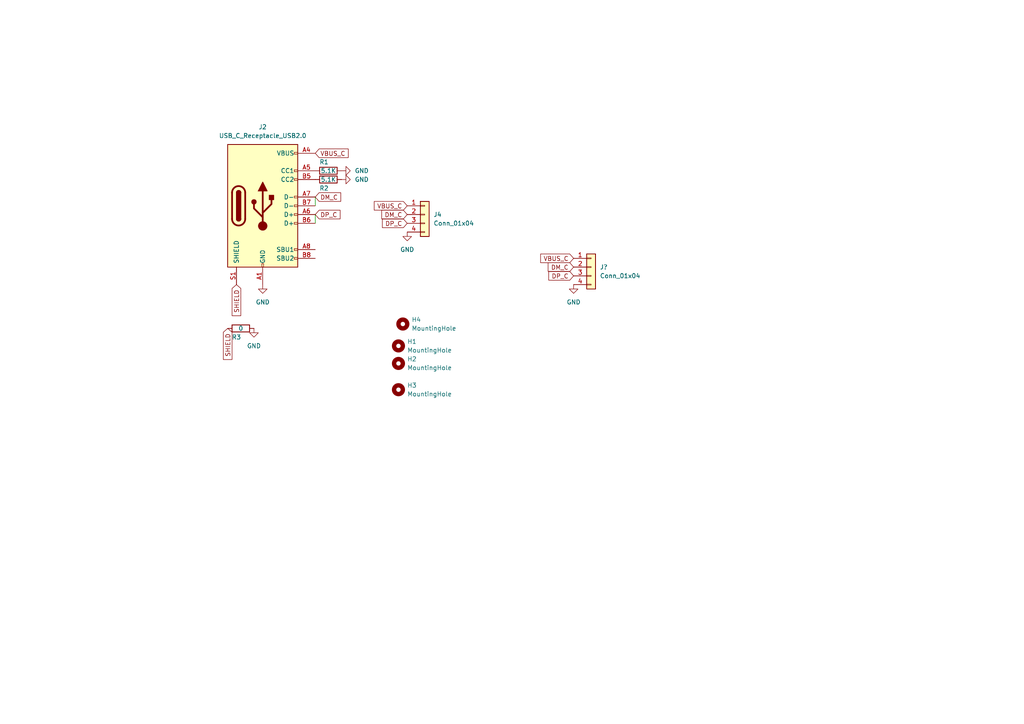
<source format=kicad_sch>
(kicad_sch (version 20211123) (generator eeschema)
  (paper "A4")
  (lib_symbols
    (symbol "Connector:USB_C_Receptacle_USB2.0" (pin_names (offset 1.016))
      (property "Reference" "J" (at -10.16 19.05 0))
      (property "Value" "USB_C_Receptacle_USB2.0" (at 19.05 19.05 0))
      (symbol "USB_C_Receptacle_USB2.0_0_0"
        (rectangle (start -0.254 -17.78) (end 0.254 -16.764))
        (rectangle (start 10.16 -14.986) (end 9.144 -15.494))
        (rectangle (start 10.16 -12.446) (end 9.144 -12.954))
        (rectangle (start 10.16 -4.826) (end 9.144 -5.334))
        (rectangle (start 10.16 -2.286) (end 9.144 -2.794))
        (rectangle (start 10.16 0.254) (end 9.144 -0.254))
        (rectangle (start 10.16 2.794) (end 9.144 2.286))
        (rectangle (start 10.16 7.874) (end 9.144 7.366))
        (rectangle (start 10.16 10.414) (end 9.144 9.906))
        (rectangle (start 10.16 15.494) (end 9.144 14.986))
      )
      (symbol "USB_C_Receptacle_USB2.0_0_1"
        (rectangle (start -10.16 17.78) (end 10.16 -17.78) (stroke (width 0.254)) (fill (type background)))
        (arc (start -8.89 -3.81) (mid -6.985 -5.715) (end -5.08 -3.81) (stroke (width 0.508)))
        (arc (start -7.62 -3.81) (mid -6.985 -4.445) (end -6.35 -3.81) (stroke (width 0.254)))
        (arc (start -7.62 -3.81) (mid -6.985 -4.445) (end -6.35 -3.81) (stroke (width 0.254)) (fill (type outline)))
        (rectangle (start -7.62 -3.81) (end -6.35 3.81) (stroke (width 0.254)) (fill (type outline)))
        (arc (start -6.35 3.81) (mid -6.985 4.445) (end -7.62 3.81) (stroke (width 0.254)))
        (arc (start -6.35 3.81) (mid -6.985 4.445) (end -7.62 3.81) (stroke (width 0.254)) (fill (type outline)))
        (arc (start -5.08 3.81) (mid -6.985 5.715) (end -8.89 3.81) (stroke (width 0.508)))
        (circle (center -2.54 1.143) (radius 0.635) (stroke (width 0.254)) (fill (type outline)))
        (circle (center 0 -5.842) (radius 1.27) (fill (type outline)))
        (polyline (pts (xy -8.89 -3.81) (xy -8.89 3.81)) (stroke (width 0.508)))
        (polyline (pts (xy -5.08 3.81) (xy -5.08 -3.81)) (stroke (width 0.508)))
        (polyline (pts (xy 0 -5.842) (xy 0 4.318)) (stroke (width 0.508)))
        (polyline (pts (xy 0 -3.302) (xy -2.54 -0.762) (xy -2.54 0.508)) (stroke (width 0.508)))
        (polyline (pts (xy 0 -2.032) (xy 2.54 0.508) (xy 2.54 1.778)) (stroke (width 0.508)))
        (polyline (pts (xy -1.27 4.318) (xy 0 6.858) (xy 1.27 4.318) (xy -1.27 4.318)) (stroke (width 0.254)) (fill (type outline)))
        (rectangle (start 1.905 1.778) (end 3.175 3.048) (stroke (width 0.254)) (fill (type outline)))
      )
      (symbol "USB_C_Receptacle_USB2.0_1_1"
        (pin passive line (at 0 -22.86 90) (length 5.08) (name "GND") (number "A1"))
        (pin passive line (at 0 -22.86 90) (length 5.08) hide (name "GND") (number "A12"))
        (pin passive line (at 15.24 15.24 180) (length 5.08) (name "VBUS") (number "A4"))
        (pin bidirectional line (at 15.24 10.16 180) (length 5.08) (name "CC1") (number "A5"))
        (pin bidirectional line (at 15.24 -2.54 180) (length 5.08) (name "D+") (number "A6"))
        (pin bidirectional line (at 15.24 2.54 180) (length 5.08) (name "D-") (number "A7"))
        (pin bidirectional line (at 15.24 -12.7 180) (length 5.08) (name "SBU1") (number "A8"))
        (pin passive line (at 15.24 15.24 180) (length 5.08) hide (name "VBUS") (number "A9"))
        (pin passive line (at 0 -22.86 90) (length 5.08) hide (name "GND") (number "B1"))
        (pin passive line (at 0 -22.86 90) (length 5.08) hide (name "GND") (number "B12"))
        (pin passive line (at 15.24 15.24 180) (length 5.08) hide (name "VBUS") (number "B4"))
        (pin bidirectional line (at 15.24 7.62 180) (length 5.08) (name "CC2") (number "B5"))
        (pin bidirectional line (at 15.24 -5.08 180) (length 5.08) (name "D+") (number "B6"))
        (pin bidirectional line (at 15.24 0 180) (length 5.08) (name "D-") (number "B7"))
        (pin bidirectional line (at 15.24 -15.24 180) (length 5.08) (name "SBU2") (number "B8"))
        (pin passive line (at 15.24 15.24 180) (length 5.08) hide (name "VBUS") (number "B9"))
        (pin passive line (at -7.62 -22.86 90) (length 5.08) (name "SHIELD") (number "S1"))
      )
    )
    (symbol "Connector_Generic:Conn_01x04" (pin_names (offset 1.016) hide)
      (property "Reference" "J" (at 0 5.08 0))
      (property "Value" "Conn_01x04" (at 0 -7.62 0))
      (symbol "Conn_01x04_1_1"
        (rectangle (start -1.27 -4.953) (end 0 -5.207) (stroke (width 0.1524)))
        (rectangle (start -1.27 -2.413) (end 0 -2.667) (stroke (width 0.1524)))
        (rectangle (start -1.27 0.127) (end 0 -0.127) (stroke (width 0.1524)))
        (rectangle (start -1.27 2.667) (end 0 2.413) (stroke (width 0.1524)))
        (rectangle (start -1.27 3.81) (end 1.27 -6.35) (stroke (width 0.254)) (fill (type background)))
        (pin passive line (at -5.08 2.54 0) (length 3.81) (name "Pin_1") (number "1"))
        (pin passive line (at -5.08 0 0) (length 3.81) (name "Pin_2") (number "2"))
        (pin passive line (at -5.08 -2.54 0) (length 3.81) (name "Pin_3") (number "3"))
        (pin passive line (at -5.08 -5.08 0) (length 3.81) (name "Pin_4") (number "4"))
      )
    )
    (symbol "Device:R" (pin_numbers hide) (pin_names (offset 0))
      (property "Reference" "R" (at 2.032 0 90))
      (property "Value" "R" (at 0 0 90))
      (symbol "R_0_1"
        (rectangle (start -1.016 -2.54) (end 1.016 2.54) (stroke (width 0.254)))
      )
      (symbol "R_1_1"
        (pin passive line (at 0 3.81 270) (length 1.27) (name "~") (number "1"))
        (pin passive line (at 0 -3.81 90) (length 1.27) (name "~") (number "2"))
      )
    )
    (symbol "Mechanical:MountingHole" (pin_names (offset 1.016))
      (property "Reference" "H" (at 0 5.08 0))
      (property "Value" "MountingHole" (at 0 3.175 0))
      (symbol "MountingHole_0_1"
        (circle (center 0 0) (radius 1.27) (stroke (width 1.27)))
      )
    )
    (symbol "power:GND" (power) (pin_names (offset 0))
      (property "Value" "GND" (at 0 -3.81 0))
      (symbol "GND_0_1"
        (polyline (pts (xy 0 0) (xy 0 -1.27) (xy 1.27 -1.27) (xy 0 -2.54) (xy -1.27 -1.27) (xy 0 -1.27)))
      )
      (symbol "GND_1_1"
        (pin power_in line (at 0 0 270) (length 0) hide (name "GND") (number "1"))
      )
    )
  )
  (wire (pts (xy 91.44 62.23) (xy 91.44 64.77)))
  (wire (pts (xy 91.44 57.15) (xy 91.44 59.69)))
  (global_label "VBUS_C" (shape input) (at 166.37 74.93 180) (property "Intersheet References" "${INTERSHEET_REFS}" (effects hide)))
  (global_label "DP_C" (shape input) (at 91.44 62.23 0) (property "Intersheet References" "${INTERSHEET_REFS}" (effects hide)))
  (global_label "DP_C" (shape input) (at 118.11 64.77 180) (property "Intersheet References" "${INTERSHEET_REFS}" (effects hide)))
  (global_label "DM_C" (shape input) (at 166.37 77.47 180) (property "Intersheet References" "${INTERSHEET_REFS}" (effects hide)))
  (global_label "SHIELD" (shape input) (at 66.04 95.25 270) (property "Intersheet References" "${INTERSHEET_REFS}" (effects hide)))
  (global_label "VBUS_C" (shape input) (at 91.44 44.45 0) (property "Intersheet References" "${INTERSHEET_REFS}" (effects hide)))
  (global_label "DM_C" (shape input) (at 91.44 57.15 0) (property "Intersheet References" "${INTERSHEET_REFS}" (effects hide)))
  (global_label "SHIELD" (shape input) (at 68.58 82.55 270) (property "Intersheet References" "${INTERSHEET_REFS}" (effects hide)))
  (global_label "DP_C" (shape input) (at 166.37 80.01 180) (property "Intersheet References" "${INTERSHEET_REFS}" (effects hide)))
  (global_label "DM_C" (shape input) (at 118.11 62.23 180) (property "Intersheet References" "${INTERSHEET_REFS}" (effects hide)))
  (global_label "VBUS_C" (shape input) (at 118.11 59.69 180) (property "Intersheet References" "${INTERSHEET_REFS}" (effects hide)))
  (symbol (lib_id "power:GND") (at 99.06 49.53 90) (unit 1)
    (property "Reference" "#PWR0103" (effects hide))
    (property "Value" "GND" (at 102.87 49.5299 90) (effects (justify right)))
  )
  (symbol (lib_id "power:GND") (at 73.66 95.25 0) (unit 1)
    (property "Reference" "#PWR0101" (effects hide))
    (property "Value" "GND" (at 73.66 100.33 0))
  )
  (symbol (lib_id "power:GND") (at 76.2 82.55 0) (unit 1)
    (property "Reference" "#PWR0102" (effects hide))
    (property "Value" "GND" (at 76.2 87.63 0))
  )
  (symbol (lib_id "Mechanical:MountingHole") (at 115.57 113.03 0) (unit 1)
    (property "Reference" "H3" (at 118.11 111.7599 0) (effects (justify left)))
    (property "Value" "MountingHole" (at 118.11 114.2999 0) (effects (justify left)))
    (property "Footprint" "MountingHole:MountingHole_2.1mm" (effects hide))
  )
  (symbol (lib_id "Device:R") (at 95.25 49.53 90) (unit 1)
    (property "Reference" "R1" (at 93.98 46.99 90))
    (property "Value" "5.1K" (at 95.25 49.53 90))
    (property "Footprint" "Resistor_SMD:R_1206_3216Metric" (effects hide))
  )
  (symbol (lib_id "Mechanical:MountingHole") (at 115.57 105.41 0) (unit 1)
    (property "Reference" "H2" (at 118.11 104.1399 0) (effects (justify left)))
    (property "Value" "MountingHole" (at 118.11 106.6799 0) (effects (justify left)))
    (property "Footprint" "MountingHole:MountingHole_2.1mm" (effects hide))
  )
  (symbol (lib_id "Connector:USB_C_Receptacle_USB2.0") (at 76.2 59.69 0) (unit 1)
    (property "Reference" "J2" (at 76.2 36.83 0))
    (property "Value" "USB_C_Receptacle_USB2.0" (at 76.2 39.37 0))
    (property "Footprint" "Connector_USB:USB_C_Receptacle_HRO_TYPE-C-31-M-12" (effects hide))
    (property "Datasheet" "https://www.usb.org/sites/default/files/documents/usb_type-c.zip" (effects hide))
  )
  (symbol (lib_id "Device:R") (at 95.25 52.07 90) (unit 1)
    (property "Reference" "R2" (at 93.98 54.61 90))
    (property "Value" "5.1K" (at 95.25 52.07 90))
    (property "Footprint" "Resistor_SMD:R_1206_3216Metric" (effects hide))
  )
  (symbol (lib_id "Mechanical:MountingHole") (at 115.57 100.33 0) (unit 1)
    (property "Reference" "H1" (at 118.11 99.0599 0) (effects (justify left)))
    (property "Value" "MountingHole" (at 118.11 101.5999 0) (effects (justify left)))
    (property "Footprint" "MountingHole:MountingHole_2.1mm" (effects hide))
  )
  (symbol (lib_id "Connector_Generic:Conn_01x04") (at 123.19 62.23 0) (unit 1)
    (property "Reference" "J4" (at 125.73 62.2299 0) (effects (justify left)))
    (property "Value" "Conn_01x04" (at 125.73 64.7699 0) (effects (justify left)))
    (property "Footprint" "Connector_JST:JST_PH_S4B-PH-K_1x04_P2.00mm_Horizontal" (effects hide))
  )
  (symbol (lib_id "power:GND") (at 118.11 67.31 0) (unit 1)
    (property "Reference" "#PWR0105" (effects hide))
    (property "Value" "GND" (at 118.11 72.39 0))
  )
  (symbol (lib_id "Connector_Generic:Conn_01x04") (at 171.45 77.47 0) (unit 1)
    (property "Reference" "J?" (at 173.99 77.4699 0) (effects (justify left)))
    (property "Value" "Conn_01x04" (at 173.99 80.0099 0) (effects (justify left)))
    (property "Footprint" "Connector_JST:JST_SH_SM04B-SRSS-TB_1x04-1MP_P1.00mm_Horizontal" (effects hide))
  )
  (symbol (lib_id "power:GND") (at 166.37 82.55 0) (unit 1)
    (property "Reference" "#PWR?" (effects hide))
    (property "Value" "GND" (at 166.37 87.63 0))
  )
  (symbol (lib_id "Device:R") (at 69.85 95.25 90) (unit 1)
    (property "Reference" "R3" (at 68.58 97.79 90))
    (property "Value" "0" (at 69.85 95.25 90))
    (property "Footprint" "Resistor_SMD:R_1206_3216Metric" (effects hide))
  )
  (symbol (lib_id "power:GND") (at 99.06 52.07 90) (unit 1)
    (property "Reference" "#PWR0104" (effects hide))
    (property "Value" "GND" (at 102.87 52.0699 90) (effects (justify right)))
  )
  (symbol (lib_id "Mechanical:MountingHole") (at 116.84 93.98 0) (unit 1)
    (property "Reference" "H4" (at 119.38 92.7099 0) (effects (justify left)))
    (property "Value" "MountingHole" (at 119.38 95.2499 0) (effects (justify left)))
    (property "Footprint" "MountingHole:MountingHole_2.1mm" (effects hide))
  )
)
</source>
